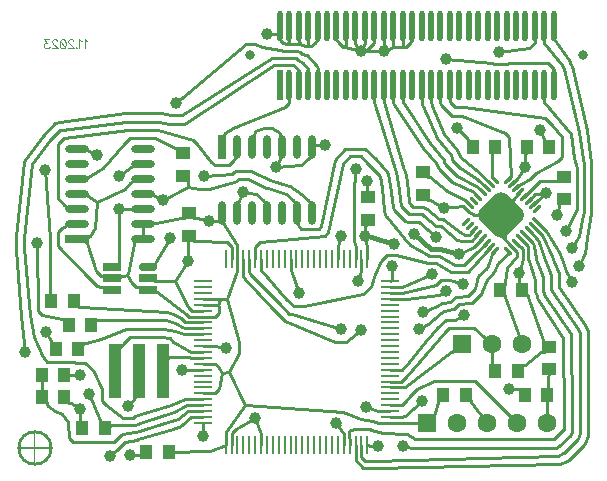
<source format=gbl>
G04 Rezonit PCAD EXPORT*
G04 layer position = 1*
G04 layer base position = 1*
G04 layer type = 3*
G04 layer flash color = 0*
G04 layer line color = 1*
G04*
G04  File:            M_RPL_9092_R2.GBL, Wed Nov 08 12:16:35 2023*
G04  Source:          P-CAD 2006 PCB, Version 19.02.958, (S:\Ïðîåêòû\GIT\R_DX_DXE_âçðûâîçàùèùåííûé_ïóëüò\Pcb\Pcad\M_Rpl_9092_r2.pcb)*
G04  Format:          Gerber Format (RS-274-D), ASCII*
G04*
G04  Format Options:  Absolute Positioning*
G04                   Leading-Zero Suppression*
G04                   Scale Factor 1:1*
G04                   NO Circular Interpolation*
G04                   Millimeter Units*
G04                   Numeric Format: 4.4 (XXXX.XXXX)*
G04                   G54 NOT Used for Aperture Change*
G04                   Apertures Embedded*
G04*
G04  File Options:    Offset = (0.000mm,0.000mm)*
G04                   Drill Symbol Size = 0.000mm*
G04                   No Pad/Via Holes*
G04*
G04  File Contents:   Pads*
G04                   Vias*
G04                   No Designators*
G04                   No Types*
G04                   No Values*
G04                   No Drill Symbols*
G04                   Bottom*
G04*
%INM_RPL_9092_R2.GBL*%
%ICAS*%
%MOMM*%
G04*
G04  Aperture MACROs for general use --- invoked via D-code assignment *
G04*
G04  General MACRO for flashed round with rotation and/or offset hole *
%AMROTOFFROUND*
1,1,$1,0.0000,0.0000*
1,0,$2,$3,$4*%
G04*
G04  General MACRO for flashed oval (obround) with rotation and/or offset hole *
%AMROTOFFOVAL*
21,1,$1,$2,0.0000,0.0000,$3*
1,1,$4,$5,$6*
1,1,$4,0-$5,0-$6*
1,0,$7,$8,$9*%
G04*
G04  General MACRO for flashed oval (obround) with rotation and no hole *
%AMROTOVALNOHOLE*
21,1,$1,$2,0.0000,0.0000,$3*
1,1,$4,$5,$6*
1,1,$4,0-$5,0-$6*%
G04*
G04  General MACRO for flashed rectangle with rotation and/or offset hole *
%AMROTOFFRECT*
21,1,$1,$2,0.0000,0.0000,$3*
1,0,$4,$5,$6*%
G04*
G04  General MACRO for flashed rectangle with rotation and no hole *
%AMROTRECTNOHOLE*
21,1,$1,$2,0.0000,0.0000,$3*%
G04*
G04  General MACRO for flashed rounded-rectangle *
%AMROUNDRECT*
21,1,$1,$2-$4,0.0000,0.0000,$3*
21,1,$1-$4,$2,0.0000,0.0000,$3*
1,1,$4,$5,$6*
1,1,$4,$7,$8*
1,1,$4,0-$5,0-$6*
1,1,$4,0-$7,0-$8*
1,0,$9,$10,$11*%
G04*
G04  General MACRO for flashed rounded-rectangle with rotation and no hole *
%AMROUNDRECTNOHOLE*
21,1,$1,$2-$4,0.0000,0.0000,$3*
21,1,$1-$4,$2,0.0000,0.0000,$3*
1,1,$4,$5,$6*
1,1,$4,$7,$8*
1,1,$4,0-$5,0-$6*
1,1,$4,0-$7,0-$8*%
G04*
G04  General MACRO for flashed regular polygon *
%AMREGPOLY*
5,1,$1,0.0000,0.0000,$2,$3+$4*
1,0,$5,$6,$7*%
G04*
G04  General MACRO for flashed regular polygon with no hole *
%AMREGPOLYNOHOLE*
5,1,$1,0.0000,0.0000,$2,$3+$4*%
G04*
G04  General MACRO for target *
%AMTARGET*
6,0,0,$1,$2,$3,4,$4,$5,$6*%
G04*
G04  General MACRO for mounting hole *
%AMMTHOLE*
1,1,$1,0,0*
1,0,$2,0,0*
$1=$1-$2*
$1=$1/2*
21,1,$2+$1,$3,0,0,$4*
21,1,$3,$2+$1,0,0,$4*%
G04*
G04*
G04  D10 : "Ellipse X0.001mm Y0.001mm H0.000mm 0.0deg (0.000mm,0.000mm) Draw"*
G04  Disc: OuterDia=0.0010*
%ADD10C, 0.0010*%
G04  D11 : "Ellipse X0.254mm Y0.254mm H0.000mm 0.0deg (0.000mm,0.000mm) Draw"*
G04  Disc: OuterDia=0.2540*
%ADD11C, 0.2540*%
G04  D12 : "Ellipse X0.381mm Y0.381mm H0.000mm 0.0deg (0.000mm,0.000mm) Draw"*
G04  Disc: OuterDia=0.3810*
%ADD12C, 0.3810*%
G04  D13 : "Ellipse X0.400mm Y0.400mm H0.000mm 0.0deg (0.000mm,0.000mm) Draw"*
G04  Disc: OuterDia=0.4000*
%ADD13C, 0.4000*%
G04  D14 : "Ellipse X0.100mm Y0.100mm H0.000mm 0.0deg (0.000mm,0.000mm) Draw"*
G04  Disc: OuterDia=0.1000*
%ADD14C, 0.1000*%
G04  D15 : "Ellipse X1.000mm Y1.000mm H0.000mm 0.0deg (0.000mm,0.000mm) Draw"*
G04  Disc: OuterDia=1.0000*
%ADD15C, 1.0000*%
G04  D16 : "Ellipse X0.127mm Y0.127mm H0.000mm 0.0deg (0.000mm,0.000mm) Draw"*
G04  Disc: OuterDia=0.1270*
%ADD16C, 0.1270*%
G04  D17 : "Ellipse X0.150mm Y0.150mm H0.000mm 0.0deg (0.000mm,0.000mm) Draw"*
G04  Disc: OuterDia=0.1500*
%ADD17C, 0.1500*%
G04  D18 : "Ellipse X0.154mm Y0.154mm H0.000mm 0.0deg (0.000mm,0.000mm) Draw"*
G04  Disc: OuterDia=0.1540*
%ADD18C, 0.1540*%
G04  D19 : "Ellipse X0.200mm Y0.200mm H0.000mm 0.0deg (0.000mm,0.000mm) Draw"*
G04  Disc: OuterDia=0.2000*
%ADD19C, 0.2000*%
G04  D20 : "Ellipse X0.250mm Y0.250mm H0.000mm 0.0deg (0.000mm,0.000mm) Draw"*
G04  Disc: OuterDia=0.2500*
%ADD20C, 0.2500*%
G04  D21 : "Ellipse X3.152mm Y3.152mm H0.000mm 0.0deg (0.000mm,0.000mm) Flash"*
G04  Disc: OuterDia=3.1520*
%ADD21C, 3.1520*%
G04  D22 : "Ellipse X0.952mm Y0.952mm H0.000mm 0.0deg (0.000mm,0.000mm) Flash"*
G04  Disc: OuterDia=0.9520*
%ADD22C, 0.9520*%
G04  D23 : "Ellipse X1.524mm Y1.524mm H0.000mm 0.0deg (0.000mm,0.000mm) Flash"*
G04  Disc: OuterDia=1.5240*
%ADD23C, 1.5240*%
G04  D24 : "Ellipse X1.600mm Y1.600mm H0.000mm 0.0deg (0.000mm,0.000mm) Flash"*
G04  Disc: OuterDia=1.6000*
%ADD24C, 1.6000*%
G04  D25 : "Ellipse X1.676mm Y1.676mm H0.000mm 0.0deg (0.000mm,0.000mm) Flash"*
G04  Disc: OuterDia=1.6760*
%ADD25C, 1.6760*%
G04  D26 : "Ellipse X1.752mm Y1.752mm H0.000mm 0.0deg (0.000mm,0.000mm) Flash"*
G04  Disc: OuterDia=1.7520*
%ADD26C, 1.7520*%
G04  D27 : "Mounting Hole X3.000mm Y3.000mm H0.000mm 0.0deg (0.000mm,0.000mm) Flash"*
G04  Mounting Hole: Diameter=3.0000, Rotation=0.0, LineWidth=0.1270 *
%ADD27MTHOLE, 3.0000 X2.4920 X0.1270 X0.0*%
G04  D28 : "Mounting Hole X0.800mm Y0.800mm H0.000mm 0.0deg (0.000mm,0.000mm) Flash"*
G04  Mounting Hole: Diameter=0.8000, Rotation=0.0, LineWidth=0.1270 *
%ADD28MTHOLE, 0.8000 X0.2920 X0.1270 X0.0*%
G04  D29 : "Oval X0.500mm Y2.600mm H0.000mm 0.0deg (0.000mm,0.000mm) Flash"*
G04  Obround: DimX=0.5000, DimY=2.6000, Rotation=0.0, OffsetX=0.0000, OffsetY=0.0000, HoleDia=0.0000 *
%ADD29O, 0.5000 X2.6000*%
G04  D30 : "Oval X0.652mm Y2.752mm H0.000mm 0.0deg (0.000mm,0.000mm) Flash"*
G04  Obround: DimX=0.6520, DimY=2.7520, Rotation=0.0, OffsetX=0.0000, OffsetY=0.0000, HoleDia=0.0000 *
%ADD30O, 0.6520 X2.7520*%
G04  D31 : "Oval X0.280mm Y1.000mm H0.000mm 135.0deg (0.000mm,0.000mm) Flash"*
G04  Obround: DimX=0.2800, DimY=1.0000, Rotation=135.0, OffsetX=0.0000, OffsetY=0.0000, HoleDia=0.0000 *
%ADD31ROTOVALNOHOLE, 0.2800 X0.7200 X135.0 X0.2800 X0.2546 X0.2546*%
G04  D32 : "Oval X0.280mm Y1.000mm H0.000mm 225.0deg (0.000mm,0.000mm) Flash"*
G04  Obround: DimX=0.2800, DimY=1.0000, Rotation=225.0, OffsetX=0.0000, OffsetY=0.0000, HoleDia=0.0000 *
%ADD32ROTOVALNOHOLE, 0.2800 X0.7200 X225.0 X0.2800 X-0.2546 X0.2546*%
G04  D33 : "Oval X0.432mm Y1.152mm H0.000mm 135.0deg (0.000mm,0.000mm) Flash"*
G04  Obround: DimX=0.4320, DimY=1.1520, Rotation=135.0, OffsetX=0.0000, OffsetY=0.0000, HoleDia=0.0000 *
%ADD33ROTOVALNOHOLE, 0.4320 X0.7200 X135.0 X0.4320 X0.2546 X0.2546*%
G04  D34 : "Oval X0.432mm Y1.152mm H0.000mm 225.0deg (0.000mm,0.000mm) Flash"*
G04  Obround: DimX=0.4320, DimY=1.1520, Rotation=225.0, OffsetX=0.0000, OffsetY=0.0000, HoleDia=0.0000 *
%ADD34ROTOVALNOHOLE, 0.4320 X0.7200 X225.0 X0.4320 X-0.2546 X0.2546*%
G04  D35 : "Oval X2.032mm Y0.660mm H0.000mm 0.0deg (0.000mm,0.000mm) Flash"*
G04  Obround: DimX=2.0320, DimY=0.6604, Rotation=0.0, OffsetX=0.0000, OffsetY=0.0000, HoleDia=0.0000 *
%ADD35O, 2.0320 X0.6604*%
G04  D36 : "Oval X0.660mm Y2.032mm H0.000mm 0.0deg (0.000mm,0.000mm) Flash"*
G04  Obround: DimX=0.6604, DimY=2.0320, Rotation=0.0, OffsetX=0.0000, OffsetY=0.0000, HoleDia=0.0000 *
%ADD36O, 0.6604 X2.0320*%
G04  D37 : "Oval X2.184mm Y0.812mm H0.000mm 0.0deg (0.000mm,0.000mm) Flash"*
G04  Obround: DimX=2.1840, DimY=0.8124, Rotation=0.0, OffsetX=0.0000, OffsetY=0.0000, HoleDia=0.0000 *
%ADD37O, 2.1840 X0.8124*%
G04  D38 : "Oval X0.812mm Y2.184mm H0.000mm 0.0deg (0.000mm,0.000mm) Flash"*
G04  Obround: DimX=0.8124, DimY=2.1840, Rotation=0.0, OffsetX=0.0000, OffsetY=0.0000, HoleDia=0.0000 *
%ADD38O, 0.8124 X2.1840*%
G04  D39 : "Rounded Rectangle X3.200mm Y3.200mm H0.000mm 225.0deg (0.000mm,0.000mm) Flash"*
G04  RoundRct: DimX=3.2000, DimY=3.2000, CornerRad=0.8000, Rotation=225.0, OffsetX=0.0000, OffsetY=0.0000, HoleDia=0.0000 *
%ADD39ROUNDRECTNOHOLE, 3.2000 X3.2000 X225.0 X1.6000 X0.0000 X1.1314 X1.1314 X-0.0000*%
G04  D40 : "Rounded Rectangle X3.352mm Y3.352mm H0.000mm 225.0deg (0.000mm,0.000mm) Flash"*
G04  RoundRct: DimX=3.3520, DimY=3.3520, CornerRad=0.8380, Rotation=225.0, OffsetX=0.0000, OffsetY=0.0000, HoleDia=0.0000 *
%ADD40ROUNDRECTNOHOLE, 3.3520 X3.3520 X225.0 X1.6760 X0.0000 X1.1851 X1.1851 X-0.0000*%
G04  D41 : "Rounded Rectangle X1.500mm Y0.660mm H0.000mm 0.0deg (0.000mm,0.000mm) Flash"*
G04  RoundRct: DimX=1.5000, DimY=0.6604, CornerRad=0.1651, Rotation=0.0, OffsetX=0.0000, OffsetY=0.0000, HoleDia=0.0000 *
%ADD41ROUNDRECTNOHOLE, 1.5000 X0.6604 X0.0 X0.3302 X-0.5849 X-0.1651 X-0.5849 X0.1651*%
G04  D42 : "Rounded Rectangle X1.652mm Y0.812mm H0.000mm 0.0deg (0.000mm,0.000mm) Flash"*
G04  RoundRct: DimX=1.6520, DimY=0.8124, CornerRad=0.2031, Rotation=0.0, OffsetX=0.0000, OffsetY=0.0000, HoleDia=0.0000 *
%ADD42ROUNDRECTNOHOLE, 1.6520 X0.8124 X0.0 X0.4062 X-0.6229 X-0.2031 X-0.6229 X0.2031*%
G04  D43 : "Rectangle X0.500mm Y2.600mm H0.000mm 0.0deg (0.000mm,0.000mm) Flash"*
G04  Rectangular: DimX=0.5000, DimY=2.6000, Rotation=0.0, OffsetX=0.0000, OffsetY=0.0000, HoleDia=0.0000 *
%ADD43R, 0.5000 X2.6000*%
G04  D44 : "Rectangle X0.652mm Y2.752mm H0.000mm 0.0deg (0.000mm,0.000mm) Flash"*
G04  Rectangular: DimX=0.6520, DimY=2.7520, Rotation=0.0, OffsetX=0.0000, OffsetY=0.0000, HoleDia=0.0000 *
%ADD44R, 0.6520 X2.7520*%
G04  D45 : "Rectangle X0.280mm Y1.000mm H0.000mm 225.0deg (0.000mm,0.000mm) Flash"*
G04  Rectangular: DimX=0.2800, DimY=1.0000, Rotation=225.0, OffsetX=0.0000, OffsetY=0.0000, HoleDia=0.0000 *
%ADD45ROTRECTNOHOLE, 0.2800 X1.0000 X225.0*%
G04  D46 : "Rectangle X2.150mm Y3.500mm H0.000mm 0.0deg (0.000mm,0.000mm) Flash"*
G04  Rectangular: DimX=2.1500, DimY=3.5000, Rotation=0.0, OffsetX=0.0000, OffsetY=0.0000, HoleDia=0.0000 *
%ADD46R, 2.1500 X3.5000*%
G04  D47 : "Rectangle X2.302mm Y3.652mm H0.000mm 0.0deg (0.000mm,0.000mm) Flash"*
G04  Rectangular: DimX=2.3020, DimY=3.6520, Rotation=0.0, OffsetX=0.0000, OffsetY=0.0000, HoleDia=0.0000 *
%ADD47R, 2.3020 X3.6520*%
G04  D48 : "Rectangle X0.402mm Y1.752mm H0.000mm 0.0deg (0.000mm,0.000mm) Flash"*
G04  Rectangular: DimX=0.4020, DimY=1.7520, Rotation=0.0, OffsetX=0.0000, OffsetY=0.0000, HoleDia=0.0000 *
%ADD48R, 0.4020 X1.7520*%
G04  D49 : "Rectangle X1.752mm Y0.402mm H0.000mm 0.0deg (0.000mm,0.000mm) Flash"*
G04  Rectangular: DimX=1.7520, DimY=0.4020, Rotation=0.0, OffsetX=0.0000, OffsetY=0.0000, HoleDia=0.0000 *
%ADD49R, 1.7520 X0.4020*%
G04  D50 : "Rectangle X0.432mm Y1.152mm H0.000mm 225.0deg (0.000mm,0.000mm) Flash"*
G04  Rectangular: DimX=0.4320, DimY=1.1520, Rotation=225.0, OffsetX=0.0000, OffsetY=0.0000, HoleDia=0.0000 *
%ADD50ROTRECTNOHOLE, 0.4320 X1.1520 X225.0*%
G04  D51 : "Rectangle X1.100mm Y4.600mm H0.000mm 0.0deg (0.000mm,0.000mm) Flash"*
G04  Rectangular: DimX=1.1000, DimY=4.6000, Rotation=0.0, OffsetX=0.0000, OffsetY=0.0000, HoleDia=0.0000 *
%ADD51R, 1.1000 X4.6000*%
G04  D52 : "Rectangle X1.252mm Y4.752mm H0.000mm 0.0deg (0.000mm,0.000mm) Flash"*
G04  Rectangular: DimX=1.2520, DimY=4.7520, Rotation=0.0, OffsetX=0.0000, OffsetY=0.0000, HoleDia=0.0000 *
%ADD52R, 1.2520 X4.7520*%
G04  D53 : "Rectangle X1.100mm Y1.200mm H0.000mm 0.0deg (0.000mm,0.000mm) Flash"*
G04  Rectangular: DimX=1.1000, DimY=1.2000, Rotation=0.0, OffsetX=0.0000, OffsetY=0.0000, HoleDia=0.0000 *
%ADD53R, 1.1000 X1.2000*%
G04  D54 : "Rectangle X1.200mm Y1.100mm H0.000mm 0.0deg (0.000mm,0.000mm) Flash"*
G04  Rectangular: DimX=1.2000, DimY=1.1000, Rotation=0.0, OffsetX=0.0000, OffsetY=0.0000, HoleDia=0.0000 *
%ADD54R, 1.2000 X1.1000*%
G04  D55 : "Rectangle X2.150mm Y1.100mm H0.000mm 0.0deg (0.000mm,0.000mm) Flash"*
G04  Rectangular: DimX=2.1500, DimY=1.1000, Rotation=0.0, OffsetX=0.0000, OffsetY=0.0000, HoleDia=0.0000 *
%ADD55R, 2.1500 X1.1000*%
G04  D56 : "Rectangle X2.150mm Y1.100mm H0.000mm 0.0deg (0.000mm,0.000mm) Flash"*
G04  Rectangular: DimX=2.1500, DimY=1.1000, Rotation=0.0, OffsetX=0.0000, OffsetY=0.0000, HoleDia=0.0000 *
%ADD56R, 2.1500 X1.1000*%
G04  D57 : "Rectangle X1.200mm Y1.200mm H0.000mm 0.0deg (0.000mm,0.000mm) Flash"*
G04  Square: Side=1.2000, Rotation=0.0, OffsetX=0.0000, OffsetY=0.0000, HoleDia=0.0000*
%ADD57R, 1.2000 X1.2000*%
G04  D58 : "Rectangle X1.252mm Y1.352mm H0.000mm 0.0deg (0.000mm,0.000mm) Flash"*
G04  Rectangular: DimX=1.2520, DimY=1.3520, Rotation=0.0, OffsetX=0.0000, OffsetY=0.0000, HoleDia=0.0000 *
%ADD58R, 1.2520 X1.3520*%
G04  D59 : "Rectangle X1.352mm Y1.252mm H0.000mm 0.0deg (0.000mm,0.000mm) Flash"*
G04  Rectangular: DimX=1.3520, DimY=1.2520, Rotation=0.0, OffsetX=0.0000, OffsetY=0.0000, HoleDia=0.0000 *
%ADD59R, 1.3520 X1.2520*%
G04  D60 : "Rectangle X2.302mm Y1.252mm H0.000mm 0.0deg (0.000mm,0.000mm) Flash"*
G04  Rectangular: DimX=2.3020, DimY=1.2520, Rotation=0.0, OffsetX=0.0000, OffsetY=0.0000, HoleDia=0.0000 *
%ADD60R, 2.3020 X1.2520*%
G04  D61 : "Rectangle X2.302mm Y1.252mm H0.000mm 0.0deg (0.000mm,0.000mm) Flash"*
G04  Rectangular: DimX=2.3020, DimY=1.2520, Rotation=0.0, OffsetX=0.0000, OffsetY=0.0000, HoleDia=0.0000 *
%ADD61R, 2.3020 X1.2520*%
G04  D62 : "Rectangle X1.352mm Y1.352mm H0.000mm 0.0deg (0.000mm,0.000mm) Flash"*
G04  Square: Side=1.3520, Rotation=0.0, OffsetX=0.0000, OffsetY=0.0000, HoleDia=0.0000*
%ADD62R, 1.3520 X1.3520*%
G04  D63 : "Rectangle X1.500mm Y0.660mm H0.000mm 0.0deg (0.000mm,0.000mm) Flash"*
G04  Rectangular: DimX=1.5000, DimY=0.6604, Rotation=0.0, OffsetX=0.0000, OffsetY=0.0000, HoleDia=0.0000 *
%ADD63R, 1.5000 X0.6604*%
G04  D64 : "Rectangle X1.600mm Y1.600mm H0.000mm 0.0deg (0.000mm,0.000mm) Flash"*
G04  Square: Side=1.6000, Rotation=0.0, OffsetX=0.0000, OffsetY=0.0000, HoleDia=0.0000*
%ADD64R, 1.6000 X1.6000*%
G04  D65 : "Rectangle X1.652mm Y0.812mm H0.000mm 0.0deg (0.000mm,0.000mm) Flash"*
G04  Rectangular: DimX=1.6520, DimY=0.8124, Rotation=0.0, OffsetX=0.0000, OffsetY=0.0000, HoleDia=0.0000 *
%ADD65R, 1.6520 X0.8124*%
G04  D66 : "Rectangle X1.752mm Y1.752mm H0.000mm 0.0deg (0.000mm,0.000mm) Flash"*
G04  Square: Side=1.7520, Rotation=0.0, OffsetX=0.0000, OffsetY=0.0000, HoleDia=0.0000*
%ADD66R, 1.7520 X1.7520*%
G04  D67 : "Rectangle X2.032mm Y0.660mm H0.000mm 0.0deg (0.000mm,0.000mm) Flash"*
G04  Rectangular: DimX=2.0320, DimY=0.6604, Rotation=0.0, OffsetX=0.0000, OffsetY=0.0000, HoleDia=0.0000 *
%ADD67R, 2.0320 X0.6604*%
G04  D68 : "Rectangle X0.660mm Y2.032mm H0.000mm 0.0deg (0.000mm,0.000mm) Flash"*
G04  Rectangular: DimX=0.6604, DimY=2.0320, Rotation=0.0, OffsetX=0.0000, OffsetY=0.0000, HoleDia=0.0000 *
%ADD68R, 0.6604 X2.0320*%
G04  D69 : "Rectangle X2.184mm Y0.812mm H0.000mm 0.0deg (0.000mm,0.000mm) Flash"*
G04  Rectangular: DimX=2.1840, DimY=0.8124, Rotation=0.0, OffsetX=0.0000, OffsetY=0.0000, HoleDia=0.0000 *
%ADD69R, 2.1840 X0.8124*%
G04  D70 : "Rectangle X0.812mm Y2.184mm H0.000mm 0.0deg (0.000mm,0.000mm) Flash"*
G04  Rectangular: DimX=0.8124, DimY=2.1840, Rotation=0.0, OffsetX=0.0000, OffsetY=0.0000, HoleDia=0.0000 *
%ADD70R, 0.8124 X2.1840*%
G04  D71 : "Rectangle X1.600mm Y2.200mm H0.000mm 0.0deg (0.000mm,0.000mm) Flash"*
G04  Rectangular: DimX=1.6000, DimY=2.2000, Rotation=0.0, OffsetX=0.0000, OffsetY=0.0000, HoleDia=0.0000 *
%ADD71R, 1.6000 X2.2000*%
G04  D72 : "Rectangle X0.250mm Y1.600mm H0.000mm 0.0deg (0.000mm,0.000mm) Flash"*
G04  Rectangular: DimX=0.2500, DimY=1.6000, Rotation=0.0, OffsetX=0.0000, OffsetY=0.0000, HoleDia=0.0000 *
%ADD72R, 0.2500 X1.6000*%
G04  D73 : "Rectangle X1.600mm Y0.250mm H0.000mm 0.0deg (0.000mm,0.000mm) Flash"*
G04  Rectangular: DimX=1.6000, DimY=0.2500, Rotation=0.0, OffsetX=0.0000, OffsetY=0.0000, HoleDia=0.0000 *
%ADD73R, 1.6000 X0.2500*%
G04  D74 : "Rectangle X1.800mm Y2.400mm H0.000mm 0.0deg (0.000mm,0.000mm) Flash"*
G04  Rectangular: DimX=1.8000, DimY=2.4000, Rotation=0.0, OffsetX=0.0000, OffsetY=0.0000, HoleDia=0.0000 *
%ADD74R, 1.8000 X2.4000*%
G04  D75 : "Ellipse X1.000mm Y1.000mm H0.000mm 0.0deg (0.000mm,0.000mm) Flash"*
G04  Disc: OuterDia=1.0000*
%ADD75C, 1.0000*%
G04  D76 : "Ellipse X1.152mm Y1.152mm H0.000mm 0.0deg (0.000mm,0.000mm) Flash"*
G04  Disc: OuterDia=1.1520*
%ADD76C, 1.1520*%
G04*
%FSLAX44Y44*%
%SFA1B1*%
%OFA0.000B0.000*%
G04*
G71*
G90*
G01*
D2*
%LNBottom*%
D20*
X6691583Y10187115*
X6684543Y10192250D1*
X6684025*
X6682775*
X6678525Y10197000*
X6693794Y10171044D2*
X6691583Y10175794D1*
Y10177044*
Y10187115*
X6682000Y10176000D2*
X6677000Y10183000D1*
X6670643Y10185250*
X6664507Y10189750*
X6663775Y10190482*
Y10191000*
X6685912Y10159294D2*
X6682544Y10162662D1*
X6682000Y10176000*
X6663775Y10191000D2*
Y10192750D1*
X6659525Y10197000*
Y10203000D2*
Y10197000D1*
X6667225Y10244000D2*
Y10244518D1*
X6663467Y10252387*
X6642225Y10265316D2*
X6645000Y10235000D1*
X6649225Y10266719D2*
X6652717Y10247934D1*
X6660225Y10230868*
X6660975Y10229929*
X6663904Y10227000*
X6686096*
X6689705Y10226250*
X6696478*
X6702775Y10219953*
X6696493Y10242750D2*
X6695975D1*
X6676975Y10262750D2*
X6676457D1*
X6659593Y10266250*
X6656225Y10269618*
X6692025Y10215500D2*
X6684025D1*
X6692493Y10273250D2*
X6691975D1*
X6667225Y10244000D2*
Y10242250D1*
X6671475Y10238000*
X6695975Y10242750D2*
X6695225D1*
X6690475Y10238000*
X6676975Y10262750D2*
X6677725D1*
X6682475Y10258000*
X6666090Y10284000D2*
X6667475Y10282615D1*
Y10278000*
X6684025Y10215500D2*
X6683525Y10216000D1*
X6678525*
X6691975Y10273250D2*
X6691225D1*
X6686475Y10278000*
X6637590Y10333787D2*
Y10321213D1*
X6644590Y10331953D2*
Y10323047D1*
X6699160Y10333052D2*
X6699678D1*
X6700410Y10333784*
X6697910Y10327180D2*
Y10327698D1*
X6678393Y10360048D2*
X6682142Y10356400D1*
Y10343700D2*
X6676458Y10340052D1*
X6673090Y10336684*
Y10325316D2*
X6698750Y10298417D1*
X6673090Y10325316D2*
Y10336684D1*
X6682142Y10343700D2*
X6689000D1*
X6682142Y10356400D2*
X6689000D1*
X6699160Y10333052D2*
X6697108Y10331000D1*
X6689000*
X6697910Y10327698D2*
X6694608Y10331000D1*
X6689000*
Y10407200D2*
X6695858D1*
X6674801Y10430252D2*
X6671003Y10428679D1*
X6660663Y10418339*
X6645356Y10397691*
X6644590Y10395843*
X6676193Y10423252D2*
X6674969Y10422745D1*
X6666597Y10414373*
X6651590Y10394009*
X6678393Y10416252D2*
X6673090Y10410949D1*
Y10365351D2*
Y10410949D1*
X6695858Y10381800D2*
X6689000D1*
X6695858Y10369100D2*
X6689000D1*
D2*
D14*
X6697837Y10498471*
X6697116Y10498831D1*
X6696035Y10499913*
Y10492344*
X6693152Y10498471D2*
X6692431Y10498831D1*
X6691350Y10499913*
Y10492344*
X6688827Y10493065D2*
X6689187Y10492704D1*
X6688827Y10492344*
X6688466Y10492704*
X6688827Y10493065*
X6686304Y10498111D2*
Y10498471D1*
X6685943Y10499192*
X6685583Y10499552*
X6684862Y10499913*
X6683420*
X6682700Y10499552*
X6682339Y10499192*
X6681979Y10498471*
Y10497750*
X6682339Y10497029*
X6683060Y10495948*
X6686664Y10492344*
X6681618*
X6677654Y10499913D2*
X6678735Y10499552D1*
X6679456Y10498471*
X6679816Y10496669*
Y10495588*
X6679456Y10493786*
X6678735Y10492704*
X6677654Y10492344*
X6676933*
X6675852Y10492704*
X6675131Y10493786*
X6674770Y10495588*
Y10496669*
X6675131Y10498471*
X6675852Y10499552*
X6676933Y10499913*
X6677654*
X6675131Y10498471D2*
X6679456Y10493786D1*
X6672608Y10498111D2*
Y10498471D1*
X6672247Y10499192*
X6671887Y10499552*
X6671166Y10499913*
X6669724*
X6669004Y10499552*
X6668643Y10499192*
X6668283Y10498471*
Y10497750*
X6668643Y10497029*
X6669364Y10495948*
X6672968Y10492344*
X6667922*
X6665399Y10499913D2*
X6661435D1*
X6663597Y10497029*
X6662516*
X6661795Y10496669*
X6661435Y10496309*
X6661074Y10495227*
Y10494506*
X6661435Y10493425*
X6662156Y10492704*
X6663237Y10492344*
X6664318*
X6665399Y10492704*
X6665760Y10493065*
X6666120Y10493786*
D2*
D20*
X6737608Y10197522*
Y10196272D1*
Y10195754*
X6732240Y10189063*
X6734415Y10147900D2*
X6742415D1*
X6743665*
X6747915Y10150280*
X6717000Y10147000D2*
X6723575Y10152295D1*
X6729962Y10158650*
X6740382Y10161087*
X6740874Y10161211*
X6770288Y10169587*
X6775119Y10171590*
X6775347Y10171727*
X6778112Y10173498*
X6710608Y10204021D2*
Y10193890D1*
X6713976Y10190522*
X6728178Y10179256*
X6736302*
X6738551Y10180825*
X6738779Y10180962*
X6743610Y10182965*
X6768490Y10190522*
X6774579Y10178785D2*
X6772513Y10177929D1*
X6768724Y10176522*
X6739356Y10167143*
X6737915*
X6728129Y10165649*
X6726280Y10164883*
X6720676Y10159294*
X6718294Y10173200D2*
X6738151D1*
X6745174Y10176030*
X6771122Y10184166*
X6708544Y10177562D2*
Y10177044D1*
X6737608Y10196272D2*
X6741858Y10200522D1*
X6708544Y10177044D2*
Y10175294D1*
X6712794Y10171044*
X6718294Y10173200D2*
X6716138Y10171044D1*
X6712794*
X6727358Y10241022D2*
X6727876D1*
X6728608Y10241754*
X6730608Y10244654*
X6733976Y10248022*
X6759990D2*
X6767756Y10246819D1*
X6770602Y10243994*
X6771977Y10243170*
X6780185Y10250174D2*
X6780022Y10250215D1*
X6772327Y10253019*
X6762889Y10255022*
X6731077D2*
X6709357Y10246250D1*
X6777995Y10256473D2*
X6773925Y10258780D1*
X6772283Y10259460*
X6772064Y10259543*
X6764292Y10262022*
X6706975*
X6777234Y10264084D2*
X6770687Y10266954D1*
X6765856Y10268957*
X6765598Y10269022*
X6759990Y10248022D2*
X6733976D1*
X6731077Y10255022D2*
X6762889D1*
X6727358Y10241022D2*
X6721858Y10235522D1*
Y10219272*
X6767358Y10230785D2*
X6761858Y10225285D1*
Y10219272*
X6772323Y10294905D2*
X6758735Y10295448D1*
X6756500*
X6755250*
X6749000Y10297500*
X6725250Y10310302D2*
Y10310820D1*
X6744880Y10331000D2*
Y10343700D1*
X6751738D2*
X6777482Y10348225D1*
X6778000*
X6741500Y10290052D2*
X6739265D1*
X6736104Y10293213*
X6731215Y10300079*
X6728745Y10299527*
X6726528*
X6731215Y10300079D2*
X6732250Y10301316D1*
X6738022Y10331000*
X6711528Y10299527D2*
X6709255D1*
X6709303Y10290052D2*
X6711500D1*
X6767764Y10331767D2*
X6754849Y10308651D1*
X6756500Y10295448D2*
X6754448Y10297500D1*
X6749000*
X6725250Y10310820D2*
X6725000Y10356000D1*
X6738022Y10356400*
X6754849Y10308651D2*
X6753198Y10307000D1*
X6749000*
X6725250Y10310302D2*
X6721948Y10307000D1*
X6719000*
X6738022Y10356400D2*
X6744880D1*
X6738022Y10331000D2*
X6744880D1*
X6726528Y10299527D2*
X6724476Y10297475D1*
X6719028*
X6711528Y10299527D2*
X6713580Y10297475D1*
X6719028*
X6751738Y10343700D2*
X6744880D1*
X6778000Y10348225D2*
X6779750D1*
X6777824Y10435577D2*
X6768918D1*
X6760136Y10437252*
X6779658Y10428577D2*
X6767084D1*
X6759079Y10430252*
X6729673Y10373579D2*
X6734273Y10378152D1*
X6738022Y10381800*
X6773000Y10407775D2*
X6772482D1*
X6755487Y10416252*
X6734273D2*
X6728970Y10410949D1*
X6717319Y10397459*
X6711022Y10391162*
X6725220Y10384329D2*
X6738022Y10394500D1*
X6729624Y10437252D2*
X6760136D1*
X6730681Y10430252D2*
X6759079D1*
X6732073Y10423252D2*
X6757687D1*
X6734273Y10416252D2*
X6755487D1*
X6751738Y10369100D2*
X6744880D1*
X6738022Y10394500D2*
X6744880D1*
X6738022Y10381800D2*
X6744880D1*
X6773000Y10407775D2*
X6774750D1*
X6779000Y10403525*
X6820113Y10156174D2*
Y10164174D1*
Y10165727*
X6820343Y10166556*
X6823711Y10169924*
X6839804Y10178913*
X6845113Y10165727*
Y10164174*
Y10156174*
X6786042Y10180174D2*
X6788113D1*
X6809863Y10204042D2*
X6806495Y10200674D1*
X6805666Y10200174*
X6804113*
X6815113Y10164174D2*
Y10167798D1*
X6831375Y10190612*
X6844257Y10189663D2*
X6831375Y10190612D1*
X6788113Y10185174D2*
X6783453D1*
X6788113Y10190174D2*
X6796113D1*
X6788113Y10185174D2*
X6796113D1*
X6796000Y10173924D2*
X6796113Y10174037D1*
Y10175174*
X6788113Y10180174D2*
X6796113D1*
X6788113Y10195174D2*
X6796113D1*
X6804113Y10200174D2*
X6796113D1*
X6815113Y10164174D2*
Y10156174D1*
X6796000Y10173924D2*
Y10164000D1*
X6815113Y10156174D2*
X6802000Y10151000D1*
X6783440Y10273238D2*
X6786177Y10270501D1*
X6786560Y10270174*
X6788113*
X6796113*
X6786560Y10220174D2*
X6788113D1*
X6796113*
X6788113Y10230174D2*
X6786560D1*
X6783066Y10230785*
X6785781Y10235571D2*
X6786085Y10235278D1*
X6786560Y10235174*
X6788113*
X6804113Y10240174D2*
X6806184D1*
X6815518Y10238971*
X6809046Y10274396D2*
X6809863Y10276542D1*
X6810517Y10280063*
X6812118Y10217614D2*
X6809863Y10221306D1*
X6809113Y10222245*
X6806184Y10225174*
X6804113*
X6810517Y10280063D2*
X6805149Y10280174D1*
X6804113*
X6812118Y10217614D2*
X6818121Y10218265D1*
X6809046Y10274396D2*
X6808620Y10274806D1*
X6806184Y10275174*
X6804113*
X6809046Y10274396D2*
X6809697Y10273737D1*
Y10269111*
X6809113Y10268103*
X6806184Y10265174*
X6804113*
X6818121Y10218265D2*
X6826268Y10234518D1*
Y10243424*
X6816486Y10279824*
X6783971Y10265174D2*
X6788113D1*
X6810517Y10280063D2*
X6816486Y10279824D1*
X6804113Y10240174D2*
X6796113D1*
X6788113Y10235174D2*
X6796113D1*
X6788113Y10230174D2*
X6796113D1*
X6788113Y10260174D2*
X6796113D1*
X6788113Y10255174D2*
X6796113D1*
X6788113Y10250174D2*
X6796113D1*
X6804113Y10225174D2*
X6796113D1*
X6804113Y10280174D2*
X6796113D1*
X6804113Y10275174D2*
X6796113D1*
X6804113Y10265174D2*
X6796113D1*
X6788113D2*
X6796113D1*
X6824700Y10353120D2*
Y10359978D1*
X6850100D2*
Y10353120D1*
X6820113Y10314174D2*
Y10322174D1*
Y10323727*
X6819613Y10324556*
X6816245Y10327924*
X6790518Y10329225*
X6790000*
X6788750*
X6784000Y10333475*
X6840113Y10322174D2*
Y10324245D1*
X6843042Y10327174*
X6843981Y10327924*
X6836113Y10300893D2*
X6835113Y10304103D1*
Y10306174*
X6845113Y10304621D2*
Y10306174D1*
X6830113D2*
Y10299689D1*
X6831031Y10297472*
X6790000Y10348225D2*
X6790518D1*
X6800698Y10346173*
X6812000Y10346262*
X6825113Y10304103D2*
Y10306174D1*
X6812000Y10346262D2*
X6825113Y10325798D1*
Y10322174*
X6830113Y10306174D2*
Y10314174D1*
X6835113Y10306174D2*
Y10314174D1*
X6845113Y10306174D2*
Y10314174D1*
X6840113Y10322174D2*
Y10314174D1*
X6812000Y10346262D2*
Y10353120D1*
X6825113Y10306174D2*
Y10314174D1*
Y10322174D2*
Y10314174D1*
X6790000Y10348225D2*
X6788250D1*
X6784000Y10352475*
X6830051Y10370702D2*
X6841149Y10369030D1*
X6814052Y10419160D2*
Y10419678D1*
X6814784Y10420410*
X6820951Y10424910*
X6783421Y10374775D2*
Y10379025D1*
X6851225Y10373682D2*
X6849377Y10374448D1*
X6834483Y10381401*
X6825619*
X6824484Y10380289*
X6821956Y10379242*
X6801453Y10373250*
X6792547*
X6783421Y10374775*
X6824700Y10402142D2*
X6821001Y10396479D1*
X6817663Y10393141*
X6816434Y10393090*
X6806316D2*
X6802948Y10396458D1*
X6790750Y10411407*
X6787382Y10414775*
X6853059Y10380682D2*
X6838129Y10387601D1*
X6836317Y10388351*
X6823785*
X6821973Y10387601*
X6820541Y10386191*
X6797000Y10384000*
X6806316Y10393090D2*
X6816434D1*
X6824700Y10402142D2*
Y10409000D1*
X6814052Y10419160D2*
X6812000Y10417108D1*
Y10409000*
X6783421Y10379025D2*
Y10380104D1*
X6837400Y10409000D2*
X6840000Y10422000D1*
X6848000Y10425000*
X6854000*
X6845915Y10493777D2*
X6840039Y10496150D1*
X6831961*
X6925113Y10148174D2*
Y10143514D1*
X6931703Y10136924*
X6929547Y10178250D2*
X6914459Y10184424D1*
X6930113Y10146103D2*
Y10148174D1*
Y10156174*
X6925113Y10148174D2*
Y10156174D1*
X6912000Y10173000D2*
X6911326Y10173674D1*
X6920113Y10156174D2*
X6920000Y10168000D1*
X6923981Y10169924*
X6915113Y10156174D2*
X6915000Y10166000D1*
X6911326Y10173674D2*
X6909000Y10175000D1*
X6915000Y10166000D2*
X6909000Y10175000D1*
X6912433Y10254608D2*
X6870913Y10266997D1*
X6869065Y10267763*
X6860216Y10276612*
X6931631Y10284250D2*
X6881653Y10273997D1*
X6872747*
X6866450Y10280294*
X6865100Y10261828D2*
X6907980Y10243858D1*
X6916886*
X6929573Y10253555*
X6870113Y10304621D2*
Y10306174D1*
Y10314174*
X6930113Y10306174D2*
Y10304103D1*
X6927178Y10295000*
X6925113Y10322174D2*
Y10323897D1*
X6923472Y10329485*
Y10337647*
X6875500Y10359978D2*
Y10353120D1*
X6888200Y10359978D2*
Y10353120D1*
X6930113Y10306174D2*
Y10314174D1*
X6925113Y10322174D2*
Y10314174D1*
X6875000Y10345000D2*
X6875500Y10353120D1*
X6875000Y10345000D2*
X6879000Y10339000D1*
X6910113Y10314174D2*
X6910000Y10325000D1*
X6913000Y10333000*
X6899000D2*
X6902000Y10337000D1*
X6879000Y10339000D2*
X6894000D1*
X6896000Y10342000D2*
X6894000Y10339000D1*
X6899502Y10410516D2*
X6888200D1*
Y10409000*
X6862800D2*
Y10402142D1*
X6879249Y10393090D2*
X6884552Y10398393D1*
X6888200Y10402142*
Y10409000*
X6914350Y10394620D2*
X6920647Y10400917D1*
X6929553*
X6923824Y10373950D2*
X6924276Y10384021D1*
X6925100Y10390167*
X6879249Y10369030D2*
X6869973Y10375523D1*
X6868749Y10376030*
X6861000Y10421000D2*
X6862800Y10409000D1*
X6908000Y10398000D2*
X6916000Y10407000D1*
X6929326Y10490000D2*
X6916255Y10493750D1*
X6925000Y10511000D2*
Y10500500D1*
Y10497186*
X6925750Y10494711*
X6926135Y10493781*
X6916255Y10493750D2*
X6917000Y10497186D1*
Y10500500*
Y10511000*
X6916255Y10493750D2*
X6914204D1*
X6910250Y10497704*
X6909245Y10498945*
X6909000Y10500500*
Y10511000*
X6885734Y10494382D2*
X6885064Y10497213D1*
X6885063Y10498852*
X6878377Y10496083D2*
X6877245Y10498945D1*
X6892755D2*
X6890555Y10496745D1*
X6887534Y10494382*
X6885734*
X6868163Y10496122D2*
X6868755Y10498945D1*
X6885734Y10494382D2*
X6882466D1*
X6878377Y10496083*
X6868163Y10496122D2*
X6870656D1*
X6875170Y10496083*
X6878377*
X6861248Y10498946D2*
X6863446Y10496748D1*
X6867187Y10496122*
X6868163*
X6865778Y10442500D2*
X6869000Y10445722D1*
Y10450500*
X6893000Y10471500D2*
Y10474814D1*
X6892250Y10477289*
X6891865Y10478219*
X6883719Y10486365*
X6882789Y10486750*
X6879698Y10487698*
X6879668Y10487710*
X6877702Y10489332*
X6875485Y10490250*
X6872754*
X6869494Y10490279*
X6864766*
X6860961Y10490749*
X6885000Y10471500D2*
Y10474814D1*
X6880314Y10479500*
X6876229Y10482564*
X6874398Y10484387*
X6874325Y10484417*
X6873544Y10484416*
X6871045*
X6867823Y10484436*
X6877000Y10471500D2*
X6876083Y10474434D1*
X6871934Y10478583*
X6869885*
X6865402Y10478593*
X6909000Y10511000D2*
X6908999D1*
X6917000D2*
X6916999D1*
X6925000D2*
X6924999D1*
X6917000Y10500500D2*
X6916999Y10500500D1*
Y10511000*
X6909245Y10498945D2*
X6908999Y10499190D1*
Y10511000*
X6925000Y10500500D2*
X6924999Y10500500D1*
Y10511000*
X6868755Y10498945D2*
X6868999Y10499189D1*
Y10511000*
X6892755Y10498945D2*
X6892999Y10499189D1*
Y10511000*
X6861248Y10498946D2*
X6860999Y10499194D1*
Y10511000*
X6861000Y10504527D2*
X6860999Y10504527D1*
Y10511000*
X6877245Y10498945D2*
X6876999Y10499190D1*
Y10511000*
X6885063Y10498852D2*
X6884999Y10498915D1*
Y10511000*
X6926135Y10493781D2*
X6929326Y10490590D1*
Y10490000*
X6932545Y10489745D2*
X6932290Y10490000D1*
X6929326*
X6893000Y10471500D2*
X6892999Y10471499D1*
Y10461000*
X6885000Y10471500D2*
X6884999Y10471499D1*
Y10461000*
X6877000Y10471500D2*
X6876999Y10471499D1*
Y10461000*
X6869000Y10450500D2*
X6868999Y10450500D1*
Y10461000*
X6954113Y10180174D2*
X6962113D1*
X6963666*
X6967394Y10181174*
X6981000Y10194000*
X6948738Y10166551D2*
X6941660Y10168174D1*
X6938580Y10169526*
X6937452Y10169821*
X6936245Y10169924*
X6976867Y10203979D2*
X6971021Y10198133D1*
X6967863Y10194042*
X6964495Y10190674*
X6963666Y10190174*
X6962113*
X6992750Y10183000D2*
Y10183518D1*
X6995275Y10192482*
Y10193000*
X6978000Y10175174D2*
X6962113D1*
X6946113D2*
X6944560D1*
X6940308Y10176717*
X6939144Y10176924*
X6944363Y10155990D2*
X6936363D1*
X6966773Y10205174D2*
X6962113D1*
X6944042Y10185174D2*
X6946113D1*
X6939707Y10142525D2*
X6938724Y10142474D1*
X6962113Y10190174D2*
X6954113D1*
X6936363Y10155990D2*
X6936179Y10156174D1*
X6962113Y10205174D2*
X6954113D1*
X6946113Y10185174D2*
X6954113D1*
X6962113Y10175174D2*
X6954113D1*
X6946113D2*
X6954113D1*
X6992750Y10183000D2*
X6986000Y10176250D1*
Y10175000*
X6978000Y10175174D2*
X6978174Y10175000D1*
X6986000*
X6995275Y10193000D2*
Y10194750D1*
X6999525Y10199000*
X6969000Y10166000D2*
X6948738Y10166551D1*
X6975618Y10161250D2*
X6969000Y10166000D1*
X6972719Y10154250D2*
X6965000Y10156000D1*
X6979185Y10254529D2*
X6986616Y10258656D1*
X6997689Y10268495*
X7000201Y10269536*
X7007333Y10271390*
X7008453Y10271854*
X6964702Y10285174D2*
X6962113D1*
X6997621Y10284612D2*
X6995773Y10283846D1*
X6967591Y10280238*
X6966773Y10280174*
X6962113*
X6982163Y10269406D2*
X6993884Y10274431D1*
X6998680Y10276420*
X6998889Y10276472*
X7005483Y10277398*
X7006847Y10235230D2*
X7006329D1*
X7004492Y10255665D2*
X7001162Y10252335D1*
X6996169Y10246394*
X6967863Y10214042*
X6983638Y10243779D2*
X6989935Y10250076D1*
X6994226Y10255208*
X7001619Y10262601*
X7009081*
X6962113Y10285174D2*
X6954113D1*
X6962113Y10280174D2*
X6954113D1*
X6964113Y10220174D2*
X6954113D1*
X6970000Y10227000D2*
X6983638Y10243779D1*
X6964113Y10220174D2*
X6970000Y10227000D1*
X6963407Y10359009D2*
X6970784Y10351632D1*
X6971301Y10351631*
X6972551*
X6981031Y10351632*
X6982363Y10351080*
X6982872Y10350594*
X6993603Y10342253*
X6994351Y10341943*
X6997359*
X6970250Y10361843D2*
X6970953Y10360884D1*
X6973909Y10357928*
X6982283*
X6985929Y10356418*
X6996209Y10347445*
X6999217*
X6999965Y10347135*
X6949250Y10354985D2*
X6949315Y10354727D1*
X6951318Y10349896*
X6951455Y10349668*
X6965774Y10331457*
X6971193Y10326038*
X6986214Y10316939*
X6987529Y10316394*
X6995185*
X6995949Y10316078*
X7009071Y10308785*
X7007220Y10302825D2*
X7006137Y10303274D1*
X6993327Y10310870*
X6986430*
X6959539Y10317294*
X6951877*
X6946458Y10311875*
X6941613Y10300893*
X6940363Y10298806*
X6937928Y10290547*
X6989486Y10301596D2*
X6964184Y10290174D1*
X6962113*
X7005303Y10296480D2*
X6997579D1*
X6993348Y10292273*
X6955708Y10308044D2*
Y10296424D1*
D2*
D13*
X6996433Y10322668*
X6989375D1*
X6975024Y10335288*
D2*
D20*
X6993527Y10332692*
X6979186Y10345335D1*
X6969487*
X6967219Y10346274*
X6958049Y10355444*
X6957110Y10357712*
X6962113Y10290174D2*
X6954113D1*
X6955708Y10296424D2*
X6954458Y10295174D1*
X6954113*
X6935574Y10343818D2*
Y10347068D1*
X6987967Y10412357D2*
X7000134Y10398001D1*
Y10396262*
X7001063Y10394018*
X7001529Y10393494*
X6982369Y10408050D2*
X6993442Y10395229D1*
Y10394930*
X6995390Y10390227*
X7006424Y10379193*
X6959776Y10387247D2*
X6961324Y10378252D1*
X6993902Y10416322D2*
X7005896Y10401719D1*
X7006825Y10399475*
Y10397736*
X7002724Y10371811D2*
X7001312Y10372657D1*
X6988518Y10383225*
X6988000*
X6966471Y10389390D2*
X6966776Y10388176D1*
X6968324Y10379558*
X6935850Y10394620D2*
X6945776Y10384021D1*
X6947324Y10373950*
X7006281Y10435635D2*
X7007211Y10435250D1*
X6954324Y10376849D2*
X6952776Y10385855D1*
X6952010Y10387703*
X6942084Y10398302*
X6988000Y10383225D2*
X6986250D1*
X6982000Y10387475*
X6965000Y10450500D2*
Y10447186D1*
X6957000Y10450500D2*
Y10447186D1*
X6957750Y10444711*
X6958135Y10443781*
X6941000Y10450500D2*
Y10447186D1*
X6941750Y10444711*
X6990135Y10443781D2*
X6989750Y10444711D1*
X6989000Y10447186*
Y10450500*
X6949000Y10500500D2*
Y10511000D1*
X6973000D2*
Y10500500D1*
X6972755Y10498945*
X6971750Y10497704*
X6967796Y10493750*
X6965161*
X6965000Y10511000D2*
Y10500500D1*
Y10497186*
X6965161Y10493750*
X6957000Y10511000D2*
Y10500500D1*
Y10497186*
X6957197Y10493750*
X6936314Y10492500D2*
X6941000Y10497186D1*
Y10500500*
Y10511000*
X6965161Y10493750D2*
X6957197D1*
X6981000Y10450500D2*
Y10447186D1*
X6981750Y10444711*
X6982135Y10443781*
X6949000Y10450500D2*
Y10447186D1*
X7005000Y10450500D2*
Y10447186D1*
X6997000Y10450500D2*
Y10447186D1*
X6997750Y10444711*
X6998135Y10443781*
X6973000Y10511000D2*
X6972999D1*
X6965000D2*
X6964999D1*
X6957000D2*
X6956999D1*
X6941000D2*
X6940999D1*
X6949000D2*
X6948999D1*
X6941000Y10500500D2*
X6940999Y10500500D1*
Y10511000*
X6965000Y10500500D2*
X6964999Y10500500D1*
Y10511000*
X6949000Y10500500D2*
X6948999Y10500500D1*
Y10511000*
X6957000Y10500500D2*
X6956999Y10500500D1*
Y10511000*
X6972755Y10498945D2*
X6972999Y10499189D1*
Y10511000*
X6950000Y10490000D2*
X6949000Y10500500D1*
X6957197Y10493750D2*
X6950000Y10490000D1*
X6944422Y10489833D2*
X6941455Y10489745D1*
X6997000Y10450500D2*
X6996999Y10450500D1*
Y10461000*
X7005000Y10450500D2*
X7004999Y10450500D1*
Y10461000*
X6941000Y10450500D2*
X6940999Y10450500D1*
Y10461000*
X6949000Y10450500D2*
X6948999Y10450500D1*
Y10461000*
X6957000Y10450500D2*
X6956999Y10450500D1*
Y10461000*
X6965000Y10450500D2*
X6964999Y10450500D1*
Y10461000*
X6981000Y10450500D2*
X6980999Y10450500D1*
Y10461000*
X6989000Y10450500D2*
X6988999Y10450500D1*
Y10461000*
X6950000Y10490000D2*
X6949326D1*
X6944422Y10489833D2*
X6944588Y10490000D1*
X6949326*
X7054975Y10203494D2*
X7062975D1*
X7064225*
X7068475Y10199000*
X7018525D2*
X7022775Y10194250D1*
Y10193000*
Y10192482*
X7036800Y10175000*
X7065647Y10241980D2*
X7051725Y10281482D1*
Y10282000*
Y10283250*
X7077719Y10284922D2*
X7079945Y10279553D1*
X7080483Y10278656*
X7012761Y10276144D2*
X7022243Y10276432D1*
X7023575Y10276984*
X7032029Y10285438*
X7070725Y10282000D2*
Y10281482D1*
X7084250Y10245493*
Y10244975*
X7067975Y10223750D2*
X7068493D1*
X7082482Y10235225*
X7083000*
X7040247Y10241980D2*
Y10225000D1*
Y10241980D2*
X7025209Y10255683D1*
X7019235D2*
X7025209D1*
X7013597Y10241980D2*
X7014847D1*
X7013432Y10264403D2*
X7015414Y10266385D1*
X7016803*
X7067975Y10223750D2*
X7067225D1*
X7062475Y10219000*
X7083000Y10235225D2*
X7084750D1*
X7084250Y10244975D2*
Y10244225D1*
X7070725Y10282000D2*
Y10283750D1*
X7040247Y10225000D2*
Y10222228D1*
X7043475Y10219000*
X7015462Y10329422D2*
X7023738D1*
X7026672Y10332341*
X7018611Y10356100D2*
X7021157Y10353554D1*
X7024431Y10352046*
X7024799Y10351681*
X7025683Y10350797*
X7048663*
X7018611Y10356100D2*
X7016065Y10358646D1*
X7057502Y10324280D2*
X7054956Y10326826D1*
X7051314Y10330468D2*
X7048663Y10350797D1*
X7057502Y10324280D2*
X7060048Y10321734D1*
X7061507Y10320268*
Y10316130*
X7053212Y10306101*
X7051725Y10294518*
Y10294000*
Y10292750*
X7049000Y10351000D2*
X7048663Y10350797D1*
X7013343Y10336376D2*
X7017531Y10334417D1*
X7021669*
X7023136Y10335877*
X7083997Y10332689D2*
X7083543Y10333447D1*
X7077726Y10339412*
X7070654Y10332341D2*
X7075387Y10327597D1*
X7076492Y10324929*
X7077998Y10315058*
X7078252Y10314044*
X7083900Y10298939*
X7084104Y10297774*
X7084203Y10288315*
X7067119Y10328806D2*
X7071152Y10324768D1*
X7071497Y10323936*
Y10314254*
X7072063Y10311998*
X7077313Y10296211*
X7077464Y10295024*
X7017115Y10308785D2*
X7028293Y10319838D1*
X7033743Y10325270*
X7036225Y10296382D2*
X7041610Y10302087D1*
X7042253Y10303160*
X7046133Y10310132*
X7055352Y10319359*
X7037278Y10321734D2*
X7035819Y10320268D1*
X7028313Y10311538*
X7020049Y10303274*
X7018966Y10302825*
X7026283Y10288615D2*
X7029225Y10299281D1*
X7036012Y10306394*
X7037843Y10310815*
X7040814Y10318199*
X7063112Y10302000D2*
Y10294000D1*
X7063583Y10325270D2*
X7065043Y10323803D1*
X7066502Y10322337*
Y10314061*
X7063112Y10302000*
X7030207Y10328806D2*
X7025463Y10324073D1*
X7013093Y10318494*
X7074190Y10335877D2*
X7078224Y10331840D1*
X7079622Y10330427*
X7081488Y10325923*
X7084735Y10316014*
X7075180Y10359636D2*
X7075179Y10359635D1*
X7075179*
X7048663Y10350797D2*
X7048866Y10351000D1*
X7049000*
X7048663Y10333119D2*
Y10350797D1*
Y10354333D2*
Y10350797D1*
X7054956Y10326826D2*
X7057501Y10324280D1*
X7057501*
X7060048Y10321734D2*
X7057501Y10324280D1*
Y10324280*
X7018611Y10356100D2*
Y10356100D1*
X7016065Y10358646D2*
X7018610Y10356100D1*
X7018611*
X7048663Y10333119D2*
X7051314Y10330468D1*
X7054956Y10326826D2*
X7051314Y10330468D1*
X7075179Y10359635D2*
X7075179Y10359635D1*
X7040814Y10318199D2*
X7043359Y10320744D1*
Y10320745*
X7055352Y10319359D2*
X7053966Y10320744D1*
Y10320745*
X7037278Y10321734D2*
X7039824Y10324280D1*
Y10324280*
X7033743Y10325270D2*
X7036288Y10327815D1*
Y10327816*
X7022146Y10359635D2*
X7022146D1*
X7026672Y10332341D2*
X7029217Y10334886D1*
Y10334887*
X7023136Y10335877D2*
X7025681Y10338422D1*
X7025682*
X7074190Y10335877D2*
X7071644Y10338422D1*
X7071644*
X7070654Y10332341D2*
X7068108Y10334886D1*
Y10334887*
X7067119Y10328806D2*
X7064573Y10331351D1*
X7064572*
X7082250Y10341959D2*
X7078715Y10345493D1*
X7078715*
X7077726Y10339412D2*
X7075179Y10341958D1*
X7075179*
X7048663Y10354333D2*
X7049000Y10353996D1*
Y10351000*
X7060048Y10321734D2*
X7057501Y10324280D1*
Y10324280*
X7054956Y10326826D2*
X7057501Y10324280D1*
X7057501*
X7030207Y10328806D2*
X7032752Y10331351D1*
X7032753*
X7075179Y10359635D2*
X7075179D1*
X7063583Y10325270D2*
X7061037Y10327815D1*
Y10327816*
X7063112Y10294000D2*
Y10291363D1*
X7027274Y10375707D2*
X7030207Y10372788D1*
X7025205Y10370712D2*
X7026672Y10369253D1*
X7037278Y10379860D2*
X7032535Y10384593D1*
X7031369Y10385749*
X7016705Y10397320*
X7013517Y10400508*
Y10400807*
X7013500Y10400965*
X7013435Y10401223*
X7084637Y10413525D2*
Y10414775D1*
Y10415293*
X7080909Y10422808*
X7064573Y10370242D2*
X7062027Y10367696D1*
X7059269Y10364939*
X7019477Y10416012D2*
X7020209Y10415280D1*
Y10414762*
Y10413512*
X7024459Y10408762*
X7013933Y10390628D2*
X7014928Y10390012D1*
X7028293Y10381756*
X7028999Y10381058*
X7029706Y10380358*
X7033743Y10376324*
X7040814Y10402762D2*
Y10383395D1*
X7070654Y10369253D2*
X7072113Y10370719D1*
X7075259Y10373914*
X7081528Y10380183*
X7077880Y10386385D2*
X7072813Y10381339D1*
X7065050Y10377783*
X7063583Y10376324*
X7015339Y10435207D2*
X7051341Y10420512D1*
X7054709Y10417144*
X7056512Y10383395*
X7068380Y10392041D2*
Y10402775D1*
X7060048Y10379860D2*
X7061507Y10381326D1*
X7068380Y10392041*
X7074190Y10365717D2*
X7075657Y10367177D1*
X7077123Y10368636*
X7064573Y10370242D2*
X7064572Y10370242D1*
Y10370242*
X7062027Y10367696D2*
X7064572Y10370241D1*
Y10370242*
X7056512Y10383395D2*
X7053966Y10380849D1*
Y10380849*
X7063583Y10376324D2*
X7061037Y10373778D1*
Y10373778*
X7070654Y10369253D2*
X7068108Y10366707D1*
Y10366706*
X7040814Y10383395D2*
X7043359Y10380849D1*
Y10380849*
X7026672Y10369253D2*
X7029217Y10366707D1*
Y10366706*
X7030207Y10372788D2*
X7032752Y10370242D1*
X7032753*
X7033743Y10376324D2*
X7036288Y10373778D1*
Y10373778*
X7037278Y10379860D2*
X7039824Y10377313D1*
Y10377313*
X7060048Y10379860D2*
X7057501Y10377313D1*
Y10377313*
X7040814Y10402762D2*
Y10406117D1*
X7043459Y10408762*
X7068380Y10402775D2*
X7069887Y10404282D1*
Y10408775*
X7085000Y10450500D2*
Y10447186D1*
Y10500500D2*
Y10497186D1*
X7046297Y10489167D2*
X7072314Y10492500D1*
X7077000Y10497186*
Y10500500*
X7057583Y10479750D2*
X7050474Y10479083D1*
X7042120*
X7040417Y10479750*
X7057583D2*
X7080417D1*
X7085000Y10450500D2*
X7084999Y10450500D1*
Y10461000*
X7085000Y10500500D2*
X7084999Y10500500D1*
Y10511000*
X7077000Y10500500D2*
X7076999Y10500500D1*
Y10511000*
X7096579Y10140250D2*
X7098366Y10140699D1*
X7104286Y10143153*
X7105867Y10144101*
X7118499Y10156733*
X7119447Y10158314*
X7121901Y10164234*
X7122350Y10166021*
Y10183979*
X7108350Y10181883D2*
Y10168117D1*
X7107128Y10165165*
X7097435Y10155472*
X7094483Y10154250*
X7101350Y10180491D2*
Y10169509D1*
X7101193Y10169131*
X7093469Y10161407*
X7093091Y10161250*
X7115350Y10183114D2*
Y10166886D1*
X7115237Y10166437*
X7113177Y10161470*
X7112939Y10161073*
X7101527Y10149661*
X7101130Y10149423*
X7096163Y10147363*
X7095714Y10147250*
X7121750Y10252965D2*
X7121685Y10253223D1*
X7119682Y10258054*
X7119545Y10258282*
X7113680Y10254243D2*
X7114750Y10251659D1*
X7088237Y10214975D2*
X7089000Y10215738D1*
Y10220475*
X7097250Y10360225D2*
Y10358975D1*
Y10358457*
X7095915Y10350888*
X7097682Y10290071D2*
Y10291111D1*
X7097279Y10300539*
X7097075Y10301749*
X7093558Y10311492*
X7091332Y10316860*
X7112660Y10357045D2*
X7112500Y10356593D1*
X7103567Y10337733*
X7124479Y10352693D2*
X7121317Y10331446D1*
X7119448Y10319083*
X7114000Y10308000*
X7118569Y10354079D2*
X7117748Y10351427D1*
X7114317Y10333280*
X7108698Y10323536*
X7088423Y10334918D2*
X7097366Y10319898D1*
X7099972Y10313612*
X7103662Y10303718*
X7108171Y10294416*
X7090488Y10300438D2*
X7090691Y10299229D1*
X7090943Y10289779*
X7091659Y10427261D2*
X7100137Y10417157D1*
Y10400393D2*
X7096769Y10397025D1*
X7107137Y10420056D2*
X7110475Y10399641D1*
X7112660Y10390905*
X7121137Y10422765D2*
X7124479Y10395009D1*
X7114137Y10421459D2*
X7118569Y10393353D1*
X7100137Y10400393D2*
Y10417157D1*
X7096000Y10380183D2*
X7098708D1*
X7102000Y10383475*
X7093000Y10500500D2*
X7105799Y10482184D1*
X7107865Y10478219*
X7108250Y10477289*
X7099865Y10478219D2*
X7101250Y10474917D1*
X7093000Y10471500D2*
Y10474814D1*
X7088314Y10479500*
X7093000Y10471500D2*
X7092999Y10471499D1*
Y10461000*
X7093000Y10500500D2*
X7092999Y10500500D1*
Y10511000*
X6644590Y10395843D2*
X6637590Y10333787D1*
Y10321213D2*
X6642225Y10265316D1*
X6651590Y10394009D2*
X6644590Y10331953D1*
Y10323047D2*
X6649225Y10266719D1*
X6659525Y10203000D2*
Y10210000D1*
X6673090Y10365351D2*
X6678393Y10360048D1*
X6656225Y10269618D2*
X6655340Y10327500D1*
X6662340Y10389556D2*
X6666090Y10331953D1*
Y10284000*
X6659525Y10210000D2*
Y10216000D1*
X6741858Y10219272D2*
X6737608Y10197522D1*
X6756500Y10285948D2*
X6757018D1*
X6751738Y10369100D2*
X6762448Y10363812D1*
X6741858Y10200522D2*
Y10219272D1*
X6711500Y10290052D2*
X6713552Y10288000D1*
X6719000*
X6741500Y10290052D2*
X6743552Y10288000D1*
X6749000*
X6756500Y10285948D2*
X6754448Y10288000D1*
X6749000*
X6824700Y10359978D2*
X6830051Y10370702D1*
X6841149Y10369030D2*
X6846452Y10363727D1*
X6850100Y10359978*
X6831031Y10297472D2*
X6854281Y10272647D1*
X6812118Y10217614D2*
X6809863Y10204042D1*
X6816486Y10279824D2*
X6825113Y10304103D1*
X6831375Y10190612D2*
X6818121Y10218265D1*
X6877200Y10284747D2*
X6870113Y10304621D1*
X6923472Y10337647D2*
X6923824Y10373950D1*
X6875500Y10359978D2*
X6871852Y10363727D1*
X6866549Y10369030*
X6888200Y10359978D2*
X6884552Y10363727D1*
X6879249Y10369030*
X6902000Y10337000D2*
X6914350Y10394620D1*
X6896000Y10342000D2*
X6908000Y10398000D1*
X6961324Y10378252D2*
X6963407Y10359009D1*
X7000041Y10356696D2*
X6988518Y10364225D1*
X6988000*
X6986750*
X6982000Y10368475*
X6968324Y10379558D2*
X6970250Y10361843D1*
X6947324Y10373950D2*
X6949250Y10354985D1*
X6993348Y10292273D2*
X6964702Y10285174D1*
X6991643Y10210750D2*
X6976867Y10203979D1*
X7006329Y10235230D2*
X6966773Y10205174D1*
X6967863Y10214042D2*
X6964495Y10210674D1*
X6963666Y10210174*
X6962113*
X6957110Y10357712D2*
X6954324Y10376849D1*
X6962113Y10210174D2*
X6954113D1*
X6997621Y10284612D2*
X7000166Y10287157D1*
X7001441*
X6965000Y10447186D2*
X6987967Y10412357D1*
X6958135Y10443781D2*
X6982369Y10408050D1*
X7000136Y10420004D2*
X6990135Y10443781D1*
X6982135D2*
X6993902Y10416322D1*
X6998135Y10443781D2*
X7006281Y10435635D1*
X7051725Y10292750D2*
X7047475Y10288000D1*
X7051725Y10283250D2*
X7047475Y10288000D1*
X7059269Y10364939D2*
X7058385Y10364055D1*
X7048663Y10350797*
X7019600Y10362182D2*
X7018134Y10363641D1*
X7084203Y10288315D2*
Y10286893D1*
X7077464Y10295024D2*
Y10285937D1*
X7077719Y10284922*
X7032029Y10285438D2*
X7032581Y10286770D1*
X7036225Y10296382*
X7020398Y10282730D2*
X7026283Y10288615D1*
X7062200Y10175000D2*
X7026407Y10210750D1*
X7071644Y10363171D2*
X7074190Y10365717D1*
X7075180Y10359636D2*
X7077726Y10362182D1*
X7079192Y10363641*
X7071644Y10363171D2*
Y10363171D1*
X7059269Y10364939D2*
X7048663Y10354333D1*
X7074190Y10365717D2*
X7071644Y10363171D1*
X7071644*
X7077726Y10362182D2*
X7075179Y10359635D1*
X7019600Y10362182D2*
X7022146Y10359635D1*
X7077726Y10362182D2*
X7075179Y10359635D1*
X7070725Y10283750D2*
X7066475Y10288000D1*
X7063112Y10291363D2*
X7066475Y10288000D1*
X7102000Y10364475D2*
X7097250Y10360225D1*
X7122350Y10183979D2*
X7121750Y10252965D1*
X7119545Y10258282D2*
X7097682Y10290071D1*
X7107750Y10250256D2*
X7108350Y10181883D1*
X7100750Y10247357D2*
X7101350Y10180491D1*
X7088237Y10205000D2*
Y10214975D1*
X7090943Y10289779D2*
Y10288233D1*
X7091629Y10286576*
X7113680Y10254243*
X7114750Y10251659D2*
X7115350Y10183114D1*
X7112660Y10357045D2*
Y10390905D1*
X7124479Y10352693D2*
Y10395009D1*
X7118569Y10354079D2*
Y10393353D1*
X7108250Y10477289D2*
X7121137Y10422765D1*
X7101250Y10474917D2*
X7114137Y10421459D1*
X6941750Y10444711D2*
X6959776Y10387247D1*
X6949000Y10447186D2*
X6966471Y10389390D1*
X6699858Y10199568D2*
X6708544Y10177562D1*
X6685912Y10159294D2*
X6720676D1*
X6709357Y10246250D2*
X6696493Y10242750D1*
X6706975Y10262022D2*
X6705497D1*
X6701475Y10258000*
X6700410Y10333784D2*
X6704910Y10339951D1*
X6709255Y10299527D2*
X6706079Y10302703D1*
X6705750Y10303467*
X6697910Y10327180*
X6698750Y10298417D2*
X6706219Y10290948D1*
X6709303Y10290052*
X6695858Y10407200D2*
X6706569Y10401912D1*
X6729624Y10437252D2*
X6674801Y10430252D1*
X6730681D2*
X6676193Y10423252D1*
X6732073D2*
X6678393Y10416252D1*
X6711022Y10391162D2*
X6695858Y10381800D1*
X6931703Y10136924D2*
X6941023D1*
X6778112Y10173498D2*
X6786042Y10180174D1*
X6768490Y10190522D2*
X6781130Y10195174D1*
X6788113*
X6939144Y10176924D2*
X6929547Y10178250D1*
X6914459Y10184424D2*
X6844257Y10189663D1*
X6934000Y10189000D2*
X6944042Y10185174D1*
X6783453D2*
X6774579Y10178785D1*
X6771122Y10184166D2*
X6780827Y10189637D1*
X6782125Y10190174*
X6788113*
X6938724Y10142474D2*
X6934002D1*
X6933042Y10143174*
X6930113Y10146103*
X6936245Y10169924D2*
X6923981D1*
X6936179Y10156174D2*
X6935113D1*
X6802000Y10151000D2*
X6766915Y10150280D1*
X6778613Y10220035D2*
X6786560Y10220174D1*
X7008453Y10271854D2*
X7012761Y10276144D1*
X6783066Y10230785D2*
X6767358D1*
X6854281Y10272647D2*
X6865100Y10261828D1*
X7005483Y10277398D2*
X7009791Y10281688D1*
X7010911Y10282152*
X7020398Y10282730*
X6771977Y10243170D2*
X6785781Y10235571D1*
X6781385Y10267738D2*
X6783971Y10265174D1*
X6788113Y10250174D2*
X6780185D1*
X7019235Y10255683D2*
X7010017Y10255665D1*
X7004492*
X7009081Y10262601D2*
X7013432Y10264403D1*
X6788113Y10255174D2*
X6781130D1*
X6777995Y10256473*
X6788113Y10260174D2*
X6782125D1*
X6780827Y10260711*
X6777234Y10264084*
X7006847Y10235230D2*
X7013597Y10241980D1*
X6997359Y10341943D2*
X7010624Y10329996D1*
X7010724Y10329954*
X7015462Y10329422*
X7016065Y10358646D2*
X7000041Y10356696D1*
X6783000Y10312000D2*
Y10327975D1*
Y10329225*
X6784000Y10333475*
X6783000Y10312000D2*
X6772323Y10294905D1*
X6999965Y10347135D2*
X7013343Y10336376D1*
X7009071Y10308785D2*
X7017115D1*
X7018966Y10302825D2*
X7007220D1*
X7016236Y10292777D2*
X7005303Y10296480D1*
X6933324Y10333566D2*
Y10341568D1*
Y10333566D2*
X6935113Y10324245D1*
Y10322174*
D2*
D13*
X7013093Y10318494*
X6996433Y10322668D1*
X6957580Y10326544D2*
X6936082Y10333566D1*
X6933324*
D2*
D20*
X6935113Y10322174*
Y10314174D1*
X6933324Y10341568D2*
X6935574Y10343818D1*
X6779750Y10348225D2*
X6784000Y10352475D1*
X6843981Y10327924D2*
X6899000Y10333000D1*
X7001529Y10393494D2*
X7010941Y10384082D1*
X7027274Y10375707*
X7006424Y10379193D2*
X7025205Y10370712D1*
X7013435Y10401223D2*
X7011432Y10406054D1*
X7011295Y10406282*
X7000136Y10420004*
X6935026Y10379568D2*
Y10371568D1*
Y10370318*
X6935574Y10366068*
X6862800Y10402142D2*
X6857512Y10391432D1*
X6879249Y10393090*
X7010886Y10424457D2*
X7019477Y10416012D1*
X7006825Y10397736D2*
X7013933Y10390628D1*
X6929553Y10400917D2*
X6935850Y10394620D1*
X7007211Y10435250D2*
X7015339Y10435207D1*
X6781506Y10429343D2*
X6779658Y10428577D1*
X6866549Y10369030D2*
X6851225Y10373682D1*
X6787382Y10414775D2*
X6757687Y10423252D1*
X6942084Y10398302D2*
X6933235Y10407151D1*
X6868749Y10376030D2*
X6853059Y10380682D1*
X6783421Y10380104D2*
X6779000Y10384525D1*
X6854000Y10425000D2*
X6861000Y10421000D1*
X6933235Y10407151D2*
X6916000Y10407000D1*
X6941455Y10489745D2*
X6932545D1*
X6933000Y10511000D2*
Y10500500D1*
Y10497186*
X6929326Y10490000*
X6933349D2*
X6936314Y10492500D1*
X6850368Y10504527D2*
X6861000D1*
X7005000Y10447186D2*
X7009686Y10442500D1*
X7017173Y10442207*
X6860961Y10490749D2*
X6845915Y10493777D1*
X6831961Y10496150D2*
X6773371Y10446327D1*
X7040417Y10479750D2*
X7001840Y10483500D1*
X6854071Y10484436D2*
X6867823D1*
X6856491Y10478593D2*
X6865402D1*
X6933000Y10511000D2*
X6932999D1*
X6933000Y10500500D2*
X6932999Y10500500D1*
Y10511000*
X6933349Y10490000D2*
X6929326D1*
X7087600Y10175000D2*
Y10193000D1*
X7088237Y10205000D2*
X7087475Y10204238D1*
Y10199000*
X7087600Y10193000D2*
X7087475Y10193125D1*
Y10199000*
X7085915Y10282758D2*
X7107750Y10250256D1*
X7080483Y10278656D2*
X7100750Y10247357D1*
X7084750Y10235225D2*
X7089000Y10239475D1*
X7084250Y10244225D2*
X7089000Y10239475D1*
X7091332Y10316860D2*
X7083997Y10332689D1*
X7082250Y10341959D2*
X7087469Y10336510D1*
X7088423Y10334918*
X7084735Y10316014D2*
X7090488Y10300438D1*
X7088887Y10408775D2*
X7084637Y10413525D1*
X7081528Y10380183D2*
X7096000D1*
X7085362Y10433558D2*
X7091659Y10427261D1*
X7096769Y10397025D2*
X7077880Y10386385D1*
X7077123Y10368636D2*
X7085961Y10369481D1*
X7085000Y10497186D2*
X7099865Y10478219D1*
X7088314Y10479500D2*
X7080417Y10479750D1*
X6702775Y10219953D2*
X6710608Y10204021D1*
X6705952Y10362513D2*
X6729673Y10373579D1*
X6705952Y10362513D2*
X6695858Y10369100D1*
X6704910Y10339951D2*
X6705952Y10362513D1*
X6772323Y10294905D2*
X6783440Y10273238D1*
X7018134Y10363641D2*
X7002724Y10371811D1*
X6860216Y10276612D2*
X6836113Y10300893D1*
X6937928Y10290547D2*
X6931631Y10284250D1*
X6866450Y10280294D2*
X6845113Y10304621D1*
X6757018Y10285948D2*
X6781385Y10267738D1*
X6762448Y10363812D2*
X6783421Y10374775D1*
X6991643Y10210750D2*
X7026407D1*
X6820951Y10424910D2*
X6865778Y10442500D1*
X6854071Y10484436D2*
X6777824Y10435577D1*
X6856491Y10478593D2*
X6781506Y10429343D1*
X7084203Y10286893D2*
X7085915Y10282758D1*
X7079192Y10363641D2*
X7085961Y10369481D1*
X7085000Y10447186D2*
X7107137Y10420056D1*
X6941023Y10136924D2*
X7096579Y10140250D1*
X7095714Y10147250D2*
X6939707Y10142525D1*
X7094483Y10154250D2*
X6972719D1*
X7093091Y10161250D2*
X6975618D1*
X6765598Y10269022D2*
X6692493Y10273250D1*
X7017173Y10442207D2*
X7085362Y10433558D1*
D2*
D27*
X6654000Y10154000D3*
D75*
X6691583Y10187115D3*
D53*
X6678525Y10197000D3*
X6659525D3*
D75*
X6663467Y10252387D3*
X6645000Y10235000D3*
D53*
X6671475Y10238000D3*
X6690475D3*
D75*
X6655340Y10327500D3*
X6662340Y10389556D3*
X6734415Y10147900D3*
X6732240Y10189063D3*
X6717000Y10147000D3*
D53*
X6747915Y10150280D3*
X6766915D3*
D75*
X6767764Y10331767D3*
X6725000Y10356000D3*
X6725220Y10384329D3*
X6773371Y10446327D3*
X6839804Y10178913D3*
X6796000Y10164000D3*
X6815518Y10238971D3*
X6800698Y10346173D3*
X6797000Y10384000D3*
X6830051Y10370702D3*
X6850368Y10504527D3*
X6909000Y10175000D3*
X6912433Y10254608D3*
X6927178Y10295000D3*
X6913000Y10333000D3*
X6925100Y10390167D3*
X6899502Y10410516D3*
X6944363Y10155990D3*
X6981000Y10194000D3*
X6965000Y10156000D3*
X6982163Y10269406D3*
X6979185Y10254529D3*
X6955708Y10308044D3*
X6989486Y10301596D3*
X6975024Y10335288D3*
X6993527Y10332692D3*
X6957580Y10326544D3*
X7000041Y10356696D3*
X7001840Y10483500D3*
X6949326Y10490000D3*
X7054975Y10203494D3*
X7016803Y10266385D3*
X7049000Y10351000D3*
X7063112Y10302000D3*
X7016236Y10292777D3*
X7068380Y10392041D3*
X7046297Y10489167D3*
X7108171Y10294416D3*
X7108698Y10323536D3*
X7114000Y10308000D3*
X7103567Y10337733D3*
X7095915Y10350888D3*
X6692025Y10215500D3*
D53*
X6667475Y10278000D3*
X6686475D3*
D75*
X6762448Y10363812D3*
D51*
X6741858Y10219272D3*
X6761858D3*
X6721858D3*
D63*
X6749000Y10288000D3*
Y10297500D3*
D41*
Y10307000D3*
D63*
X6719000Y10288000D3*
X6719028Y10297475D3*
X6719000Y10307000D3*
D75*
X6877200Y10284747D3*
X7001441Y10287157D3*
D53*
X7043475Y10219000D3*
X7062475D3*
D54*
X6982000Y10368475D3*
Y10387475D3*
X7102000Y10364475D3*
Y10383475D3*
D75*
X6699858Y10199568D3*
D53*
X6693794Y10171044D3*
X6712794D3*
X6682475Y10258000D3*
X6701475D3*
D75*
X6706569Y10401912D3*
X6934000Y10189000D3*
X6929573Y10253555D3*
X6778613Y10220035D3*
X7013093Y10318494D3*
X6933324Y10333566D3*
X6783000Y10312000D3*
X7010886Y10424457D3*
X6935026Y10379568D3*
X6857512Y10391432D3*
D54*
X6779000Y10403525D3*
Y10384525D3*
D75*
X6929326Y10490000D3*
X7080909Y10422808D3*
X7085961Y10369481D3*
D53*
X7088887Y10408775D3*
X7069887D3*
X6678525Y10216000D3*
X6659525D3*
D73*
X6796113Y10175174D3*
Y10180174D3*
Y10185174D3*
Y10190174D3*
Y10195174D3*
Y10200174D3*
Y10205174D3*
Y10210174D3*
Y10215174D3*
Y10220174D3*
Y10225174D3*
Y10230174D3*
X6954113Y10175174D3*
Y10180174D3*
Y10185174D3*
Y10190174D3*
Y10195174D3*
Y10200174D3*
Y10205174D3*
Y10210174D3*
Y10215174D3*
Y10220174D3*
Y10225174D3*
Y10230174D3*
X6796113Y10240174D3*
Y10245174D3*
Y10250174D3*
Y10255174D3*
Y10260174D3*
Y10265174D3*
Y10270174D3*
Y10275174D3*
Y10280174D3*
Y10285174D3*
Y10290174D3*
Y10295174D3*
X6954113Y10240174D3*
Y10245174D3*
Y10250174D3*
Y10255174D3*
Y10260174D3*
Y10265174D3*
Y10270174D3*
Y10275174D3*
Y10280174D3*
Y10285174D3*
Y10290174D3*
Y10295174D3*
D72*
X6815113Y10156174D3*
X6820113D3*
X6825113D3*
X6830113D3*
X6835113D3*
X6840113D3*
X6845113D3*
X6850113D3*
X6855113D3*
X6860113D3*
X6865113D3*
X6870113D3*
X6880113D3*
X6885113D3*
X6890113D3*
X6895113D3*
X6900113D3*
X6905113D3*
X6910113D3*
X6915113D3*
X6920113D3*
X6925113D3*
X6930113D3*
X6935113D3*
X6815113Y10314174D3*
X6820113D3*
X6825113D3*
X6830113D3*
X6835113D3*
X6840113D3*
X6845113D3*
X6850113D3*
X6855113D3*
X6860113D3*
X6865113D3*
X6870113D3*
X6880113D3*
X6885113D3*
X6890113D3*
X6895113D3*
X6900113D3*
X6905113D3*
X6910113D3*
X6915113D3*
X6920113D3*
X6925113D3*
X6930113D3*
X6935113D3*
X6875113Y10156174D3*
D73*
X6796113Y10235174D3*
X6954113D3*
D72*
X6875113Y10314174D3*
D53*
X7018525Y10199000D3*
X6999525D3*
D54*
X6784000Y10333475D3*
Y10352475D3*
X6935574Y10366068D3*
Y10347068D3*
D53*
X7068475Y10199000D3*
X7087475D3*
D54*
X7089000Y10220475D3*
Y10239475D3*
D36*
X6888200Y10409000D3*
X6850100D3*
X6862800D3*
X6875500D3*
X6824700D3*
D68*
X6812000D3*
D36*
X6888200Y10353120D3*
X6850100D3*
X6862800D3*
X6875500D3*
X6812000D3*
X6824700D3*
X6837400Y10409000D3*
Y10353120D3*
D24*
X7087600Y10175000D3*
X7062200D3*
X7011400D3*
D64*
X6986000D3*
D24*
X7036800D3*
X7065647Y10241980D3*
D64*
X7014847D3*
D24*
X7040247D3*
D53*
X7024459Y10408762D3*
X7043459D3*
X7047475Y10288000D3*
X7066475D3*
D31*
X7078715Y10356100D3*
X7075179Y10359635D3*
X7071644Y10363171D3*
X7061037Y10373778D3*
X7057501Y10377313D3*
X7053966Y10380849D3*
D32*
X7043359D3*
X7039824Y10377313D3*
X7036288Y10373778D3*
D31*
X7068108Y10366706D3*
X7064572Y10370242D3*
X7043359Y10320745D3*
X7039824Y10324280D3*
X7036288Y10327816D3*
X7025682Y10338422D3*
X7022146Y10341958D3*
X7018611Y10345493D3*
D32*
X7025682Y10363171D3*
X7022146Y10359635D3*
X7018611Y10356100D3*
D31*
X7032753Y10331351D3*
X7029217Y10334887D3*
D32*
X7075179Y10341958D3*
X7071644Y10338422D3*
D45*
X7078715Y10345493D3*
D32*
X7061037Y10327816D3*
X7057501Y10324280D3*
X7053966Y10320745D3*
X7032753Y10370242D3*
X7029217Y10366706D3*
D39*
X7048663Y10350797D3*
D32*
X7068108Y10334887D3*
X7064572Y10331351D3*
D43*
X6860999Y10461000D3*
D29*
X6884999D3*
X6892999D3*
X6876999D3*
X6868999D3*
D28*
X6836000Y10486400D3*
D29*
X6924999Y10461000D3*
X6916999D3*
X6908999D3*
X6940999D3*
X6932999D3*
X6956999D3*
X6964999D3*
X6948999D3*
X6996999D3*
X6988999D3*
X7004999D3*
X7012999D3*
X7036999D3*
X7044999D3*
X7028999D3*
X7020999D3*
X7076999D3*
X7068999D3*
X7060999D3*
X7092999D3*
X7084999D3*
D28*
X7118000Y10486400D3*
D29*
X6900999Y10461000D3*
X6980999D3*
X6972999D3*
X7052999D3*
X6860999Y10511000D3*
X6884999D3*
X6892999D3*
X6876999D3*
X6868999D3*
X6924999D3*
X6916999D3*
X6908999D3*
X6940999D3*
X6932999D3*
X6956999D3*
X6964999D3*
X6948999D3*
X6996999D3*
X6988999D3*
X7004999D3*
X7012999D3*
X7036999D3*
X7044999D3*
X7028999D3*
X7020999D3*
X7076999D3*
X7068999D3*
X7060999D3*
X7092999D3*
X7084999D3*
X6900999D3*
X6980999D3*
X6972999D3*
X7052999D3*
D35*
X6689000Y10407200D3*
Y10369100D3*
Y10381800D3*
Y10394500D3*
Y10343700D3*
D67*
Y10331000D3*
D35*
X6744880Y10407200D3*
Y10369100D3*
Y10381800D3*
Y10394500D3*
Y10331000D3*
Y10343700D3*
X6689000Y10356400D3*
X6744880D3*
D02M02*

</source>
